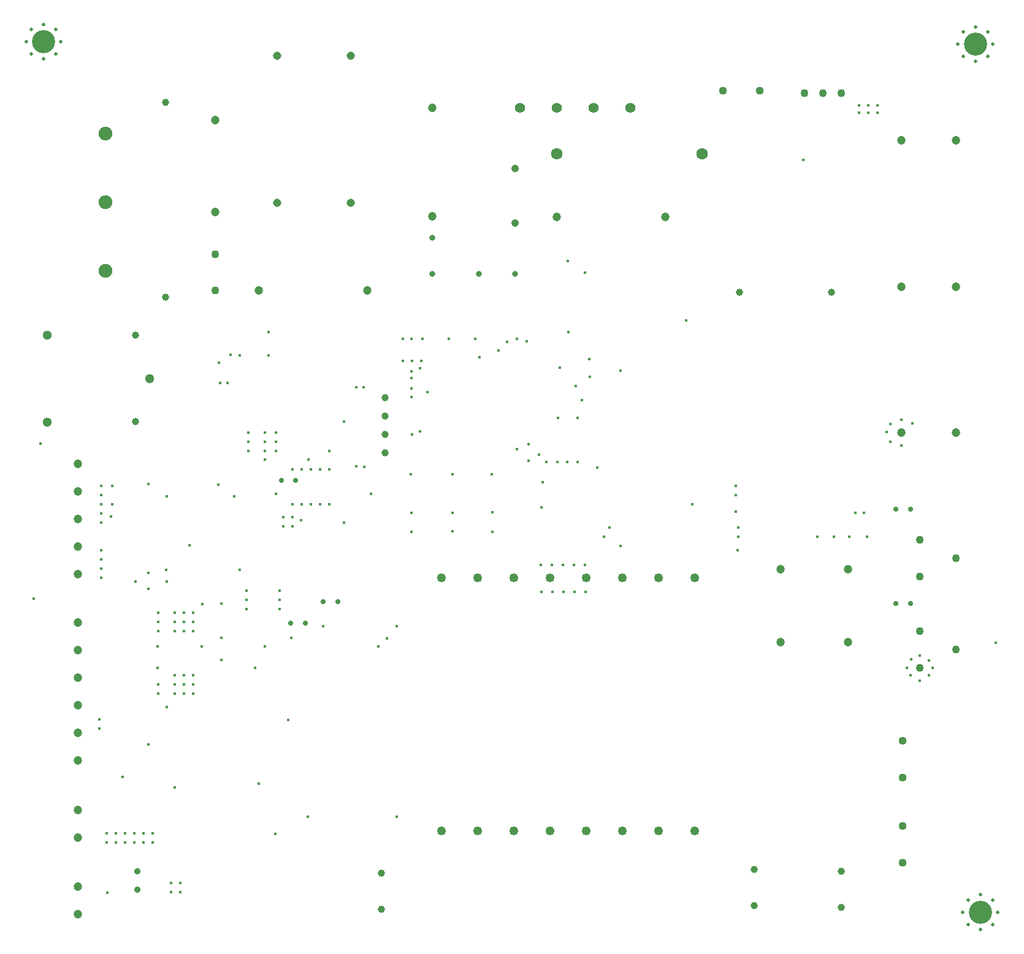
<source format=gbr>
%TF.GenerationSoftware,KiCad,Pcbnew,8.0.4*%
%TF.CreationDate,2024-10-07T12:26:21+07:00*%
%TF.ProjectId,PFC & LLC,50464320-2620-44c4-9c43-2e6b69636164,rev?*%
%TF.SameCoordinates,Original*%
%TF.FileFunction,Plated,1,2,PTH,Drill*%
%TF.FilePolarity,Positive*%
%FSLAX46Y46*%
G04 Gerber Fmt 4.6, Leading zero omitted, Abs format (unit mm)*
G04 Created by KiCad (PCBNEW 8.0.4) date 2024-10-07 12:26:21*
%MOMM*%
%LPD*%
G01*
G04 APERTURE LIST*
%TA.AperFunction,ViaDrill*%
%ADD10C,0.400000*%
%TD*%
%TA.AperFunction,ComponentDrill*%
%ADD11C,0.500000*%
%TD*%
%TA.AperFunction,ComponentDrill*%
%ADD12C,0.700000*%
%TD*%
%TA.AperFunction,ComponentDrill*%
%ADD13C,0.800000*%
%TD*%
%TA.AperFunction,ComponentDrill*%
%ADD14C,0.900000*%
%TD*%
%TA.AperFunction,ComponentDrill*%
%ADD15C,1.000000*%
%TD*%
%TA.AperFunction,ComponentDrill*%
%ADD16C,1.050000*%
%TD*%
%TA.AperFunction,ComponentDrill*%
%ADD17C,1.100000*%
%TD*%
%TA.AperFunction,ComponentDrill*%
%ADD18C,1.117600*%
%TD*%
%TA.AperFunction,ComponentDrill*%
%ADD19C,1.143000*%
%TD*%
%TA.AperFunction,ComponentDrill*%
%ADD20C,1.200000*%
%TD*%
%TA.AperFunction,ComponentDrill*%
%ADD21C,1.250000*%
%TD*%
%TA.AperFunction,ComponentDrill*%
%ADD22C,1.300000*%
%TD*%
%TA.AperFunction,ComponentDrill*%
%ADD23C,1.400000*%
%TD*%
%TA.AperFunction,ComponentDrill*%
%ADD24C,1.600000*%
%TD*%
%TA.AperFunction,ComponentDrill*%
%ADD25C,1.900000*%
%TD*%
%TA.AperFunction,ComponentDrill*%
%ADD26C,3.200000*%
%TD*%
G04 APERTURE END LIST*
D10*
X25704800Y-111778400D03*
X26563400Y-90407800D03*
X34696400Y-128440800D03*
X34696400Y-129710800D03*
X34950400Y-96182800D03*
X34950400Y-97452800D03*
X34950400Y-98722800D03*
X34950400Y-99992800D03*
X34950400Y-101262800D03*
X34950400Y-105072800D03*
X34950400Y-106342800D03*
X34950400Y-107612800D03*
X34950400Y-108882800D03*
X35712400Y-144188800D03*
X35712400Y-145458800D03*
X35788600Y-152418400D03*
X36363400Y-100407800D03*
X36474400Y-96182800D03*
X36474400Y-98722800D03*
X36982400Y-144188800D03*
X36982400Y-145458800D03*
X37973000Y-136416400D03*
X38252400Y-144188800D03*
X38252400Y-145458800D03*
X39522400Y-144188800D03*
X39522400Y-145458800D03*
X39700200Y-109382800D03*
X40792400Y-144188800D03*
X40792400Y-145458800D03*
X41463400Y-131982800D03*
X41513400Y-108232800D03*
X41513400Y-110457800D03*
X41515400Y-95982800D03*
X42062400Y-144188800D03*
X42062400Y-145458800D03*
X42763400Y-118407800D03*
X42788400Y-121357800D03*
X42824400Y-113708800D03*
X42824400Y-114978800D03*
X42824400Y-116248800D03*
X42824400Y-123614800D03*
X42824400Y-124884800D03*
X43992800Y-107816000D03*
X44038400Y-109432800D03*
X44038400Y-126757800D03*
X44043600Y-97630600D03*
X44602400Y-151046800D03*
X44602400Y-152316800D03*
X45110400Y-113708800D03*
X45110400Y-114978800D03*
X45110400Y-116248800D03*
X45110400Y-122344800D03*
X45110400Y-123614800D03*
X45110400Y-124884800D03*
X45161200Y-137871200D03*
X45872400Y-151046800D03*
X45872400Y-152316800D03*
X46380400Y-113708800D03*
X46380400Y-114978800D03*
X46380400Y-116248800D03*
X46380400Y-122344800D03*
X46380400Y-123614800D03*
X46380400Y-124884800D03*
X47142400Y-104387000D03*
X47650400Y-113708800D03*
X47650400Y-114978800D03*
X47650400Y-116248800D03*
X47650400Y-122344800D03*
X47650400Y-123614800D03*
X47650400Y-124884800D03*
X48888400Y-118407800D03*
X48920400Y-112515000D03*
X51188400Y-96007800D03*
X51216601Y-79230799D03*
X51435000Y-81958800D03*
X51612800Y-112489600D03*
X51612800Y-117188600D03*
X51612800Y-120262000D03*
X52437156Y-82004609D03*
X52832000Y-78098000D03*
X53314600Y-97630600D03*
X54076600Y-107816000D03*
X54095600Y-78140400D03*
X55016400Y-110660800D03*
X55016400Y-111930800D03*
X55016400Y-113200800D03*
X55270400Y-88816800D03*
X55270400Y-90086800D03*
X55270400Y-91356800D03*
X56238400Y-121357800D03*
X56763400Y-137332800D03*
X57556400Y-88816800D03*
X57556400Y-90086800D03*
X57556400Y-91356800D03*
X57588400Y-92582800D03*
X57588400Y-118407800D03*
X58089800Y-74948400D03*
X58089800Y-78218600D03*
X59038400Y-144332800D03*
X59080400Y-88816800D03*
X59080400Y-90086800D03*
X59080400Y-91356800D03*
X59105800Y-97319400D03*
X59588400Y-110660800D03*
X59588400Y-111930800D03*
X59588400Y-113200800D03*
X60096400Y-100500800D03*
X60096400Y-101770800D03*
X60838400Y-128582800D03*
X61188600Y-117239400D03*
X61366400Y-93896800D03*
X61366400Y-98722800D03*
X61366400Y-100500800D03*
X61366400Y-101770800D03*
X62563400Y-100932800D03*
X62636400Y-93896800D03*
X62636400Y-98722800D03*
X63525400Y-141953600D03*
X63588400Y-92582800D03*
X63906400Y-93896800D03*
X63906400Y-98722800D03*
X65176400Y-93896800D03*
X65176400Y-98722800D03*
X65633600Y-115563000D03*
X66446400Y-91356800D03*
X66446400Y-93896800D03*
X66446400Y-98722800D03*
X68497000Y-87349200D03*
X68513400Y-101307800D03*
X70188400Y-93507800D03*
X70212246Y-82552927D03*
X71213400Y-82616995D03*
X71263400Y-93557800D03*
X72237600Y-97325800D03*
X73288400Y-118407800D03*
X74422000Y-117315600D03*
X75819000Y-115563000D03*
X75819000Y-141928200D03*
X76606400Y-75862800D03*
X76606400Y-78910800D03*
X77749400Y-94633400D03*
X77790180Y-83940000D03*
X77800200Y-81349200D03*
X77800200Y-99942000D03*
X77813400Y-102532800D03*
X77851000Y-75862800D03*
X77851000Y-82771600D03*
X77852151Y-80342917D03*
X77876400Y-78910800D03*
X77876400Y-89070800D03*
X78988400Y-79982800D03*
X79013400Y-88707800D03*
X79146400Y-78910800D03*
X79342858Y-75862800D03*
X79986700Y-83232800D03*
X82986972Y-75862800D03*
X83489800Y-94608000D03*
X83489800Y-99916600D03*
X83489800Y-102507800D03*
X86588600Y-75862800D03*
X87198200Y-78421800D03*
X88900000Y-94608000D03*
X88976200Y-99891200D03*
X88976200Y-102532800D03*
X89865200Y-77488400D03*
X91008200Y-76345400D03*
X92354400Y-75862800D03*
X92413400Y-91132800D03*
X93726000Y-76243800D03*
X93954600Y-92703000D03*
X93988400Y-90450800D03*
X95402400Y-91864800D03*
X95656400Y-107104800D03*
X95808800Y-99205400D03*
X95808800Y-110864000D03*
X95910400Y-95674800D03*
X96418400Y-92880800D03*
X97180400Y-107104800D03*
X97332800Y-110864000D03*
X97942400Y-92880800D03*
X98015200Y-86784800D03*
X98323400Y-79901400D03*
X98704400Y-107104800D03*
X98856800Y-110864000D03*
X99288600Y-92880800D03*
X99415600Y-65144000D03*
X99525200Y-74948400D03*
X100228400Y-107104800D03*
X100380800Y-110864000D03*
X100514200Y-82383350D03*
X100736400Y-86784800D03*
X100736400Y-92880800D03*
X101371400Y-84346400D03*
X101752400Y-66718800D03*
X101752400Y-107104800D03*
X101904800Y-110864000D03*
X102387400Y-78656800D03*
X102438200Y-81171400D03*
X103505000Y-93642800D03*
X104438400Y-103207800D03*
X105181400Y-101948600D03*
X106713400Y-80307800D03*
X106713400Y-104532800D03*
X115763400Y-73357800D03*
X116566800Y-98761200D03*
X122580400Y-96182800D03*
X122580400Y-97452800D03*
X122580400Y-99738800D03*
X122834400Y-105072800D03*
X122936000Y-101948600D03*
X122936000Y-103218600D03*
X131953000Y-51199400D03*
X133908800Y-103218600D03*
X136169400Y-103218600D03*
X138303000Y-103218600D03*
X139090400Y-99916600D03*
X139598400Y-43604800D03*
X139598400Y-44620800D03*
X140309600Y-99916600D03*
X140741400Y-103218600D03*
X140868400Y-43604800D03*
X140868400Y-44620800D03*
X142138400Y-43604800D03*
X142138400Y-44620800D03*
X143408400Y-88740600D03*
X143916400Y-87623000D03*
X143916400Y-90086800D03*
X145465800Y-87038800D03*
X145507580Y-90594800D03*
X146202400Y-121328800D03*
X146710400Y-122344800D03*
X146786600Y-120211200D03*
X146964400Y-87546800D03*
X147980400Y-123106800D03*
X148031200Y-119703200D03*
X149250400Y-120312800D03*
X149250400Y-122344800D03*
X149758400Y-121328800D03*
X158521400Y-117849000D03*
D11*
%TO.C,H1*%
X24625600Y-34841800D03*
X25328544Y-33144744D03*
X25328544Y-36538856D03*
X27025600Y-32441800D03*
X27025600Y-37241800D03*
X28722656Y-33144744D03*
X28722656Y-36538856D03*
X29425600Y-34841800D03*
%TO.C,H3*%
X153276600Y-35172000D03*
%TO.C,H2*%
X153962400Y-155110800D03*
%TO.C,H3*%
X153979544Y-33474944D03*
X153979544Y-36869056D03*
%TO.C,H2*%
X154665344Y-153413744D03*
X154665344Y-156807856D03*
%TO.C,H3*%
X155676600Y-32772000D03*
X155676600Y-37572000D03*
%TO.C,H2*%
X156362400Y-152710800D03*
X156362400Y-157510800D03*
%TO.C,H3*%
X157373656Y-33474944D03*
X157373656Y-36869056D03*
%TO.C,H2*%
X158059456Y-153413744D03*
X158059456Y-156807856D03*
%TO.C,H3*%
X158076600Y-35172000D03*
%TO.C,H2*%
X158762400Y-155110800D03*
D12*
%TO.C,VACIN*%
X59842400Y-95420800D03*
%TO.C,VoltageLLC*%
X61153800Y-115156600D03*
%TO.C,VACIN*%
X61842400Y-95420800D03*
%TO.C,VoltageLLC*%
X63153800Y-115156600D03*
%TO.C,CurrentACS*%
X65659000Y-112184800D03*
X67659000Y-112184800D03*
%TO.C,PWM1*%
X144705600Y-99459400D03*
%TO.C,PWM2*%
X144705600Y-112489600D03*
%TO.C,PWM1*%
X146705600Y-99459400D03*
%TO.C,PWM2*%
X146705600Y-112489600D03*
D13*
%TO.C,C5*%
X80670400Y-61932800D03*
X80670400Y-66932800D03*
%TO.C,C9*%
X87100400Y-66932800D03*
X92100400Y-66932800D03*
D14*
%TO.C,D9*%
X39981100Y-149493200D03*
X39981100Y-152033200D03*
D15*
%TO.C,K1*%
X39739600Y-75349200D03*
X39739600Y-87349200D03*
%TO.C,F1*%
X43878200Y-43223800D03*
X43903600Y-70122400D03*
%TO.C,C41*%
X73654200Y-149758400D03*
X73654200Y-154758400D03*
%TO.C,J5*%
X74218800Y-83986800D03*
X74218800Y-86526800D03*
X74218800Y-89066800D03*
X74218800Y-91606800D03*
%TO.C,L2*%
X123113800Y-69436600D03*
%TO.C,C36*%
X125165400Y-149250400D03*
X125165400Y-154250400D03*
%TO.C,L2*%
X135813800Y-69436600D03*
%TO.C,C38*%
X137185400Y-149504400D03*
X137185400Y-154504400D03*
D16*
%TO.C,TH1*%
X92100400Y-52393200D03*
X92100400Y-59893200D03*
D17*
%TO.C,RV1*%
X50761600Y-64186100D03*
X50761600Y-69186100D03*
%TO.C,Q2*%
X132105400Y-41903000D03*
X134645400Y-41903000D03*
X137185400Y-41903000D03*
%TO.C,Q4*%
X148007580Y-103625000D03*
X148007580Y-108705000D03*
%TO.C,Q5*%
X148007580Y-116299600D03*
X148007580Y-121379600D03*
%TO.C,Q4*%
X153007580Y-106165000D03*
%TO.C,Q5*%
X153007580Y-118839600D03*
D18*
%TO.C,D5*%
X120853200Y-41627600D03*
X125933200Y-41627600D03*
%TO.C,D8*%
X145656300Y-131412600D03*
X145656300Y-136492600D03*
%TO.C,D7*%
X145656300Y-143223600D03*
X145656300Y-148303600D03*
D19*
%TO.C,L1*%
X59283600Y-36797600D03*
X59283600Y-57117600D03*
X69443600Y-36797600D03*
X69443600Y-57117600D03*
D20*
%TO.C,J3*%
X31723100Y-115131200D03*
X31723100Y-118941200D03*
X31723100Y-122751200D03*
X31723100Y-126561200D03*
X31723100Y-130371200D03*
X31723100Y-134181200D03*
%TO.C,J4*%
X31724600Y-141013800D03*
X31724600Y-144823800D03*
%TO.C,J2*%
X31724600Y-151580200D03*
X31724600Y-155390200D03*
%TO.C,J6*%
X31735800Y-93164400D03*
X31735800Y-96974400D03*
X31735800Y-100784400D03*
X31735800Y-104594400D03*
X31735800Y-108404400D03*
%TO.C,R7*%
X50695700Y-45665100D03*
X50695700Y-58365100D03*
%TO.C,C1*%
X56729800Y-69186100D03*
X71729600Y-69186100D03*
%TO.C,C12*%
X80686300Y-43966800D03*
X80686300Y-58966600D03*
%TO.C,C17*%
X97907600Y-59072800D03*
X112907400Y-59072800D03*
%TO.C,C33*%
X128761600Y-107766700D03*
X128761600Y-117766500D03*
%TO.C,C32*%
X138134200Y-107766700D03*
X138134200Y-117766500D03*
%TO.C,C23*%
X145507580Y-48481600D03*
%TO.C,C24*%
X145507580Y-68661900D03*
%TO.C,C25*%
X145507580Y-88842200D03*
%TO.C,C23*%
X153007580Y-48481600D03*
%TO.C,C24*%
X153007580Y-68661900D03*
%TO.C,C25*%
X153007580Y-88842200D03*
D21*
%TO.C,L3*%
X81943800Y-108912600D03*
X81943800Y-143912600D03*
X86943800Y-108912600D03*
X86943800Y-143912600D03*
X91943800Y-108912600D03*
X91943800Y-143912600D03*
X96943800Y-108912600D03*
X96943800Y-143912600D03*
X101943800Y-108912600D03*
X101943800Y-143912600D03*
X106943800Y-108912600D03*
X106943800Y-143912600D03*
X111943800Y-108912600D03*
X111943800Y-143912600D03*
X116943800Y-108912600D03*
X116943800Y-143912600D03*
D22*
%TO.C,K1*%
X27489600Y-87399200D03*
X27539600Y-75349200D03*
X41689600Y-81399200D03*
D23*
%TO.C,D2*%
X92799900Y-43953000D03*
X97879900Y-43953000D03*
X102959900Y-43953000D03*
X108039900Y-43953000D03*
D24*
%TO.C,D4*%
X97920000Y-50310400D03*
X117980000Y-50310400D03*
D25*
%TO.C,J1*%
X35610200Y-47516002D03*
X35610200Y-57016000D03*
X35610200Y-66515999D03*
D26*
%TO.C,H1*%
X27025600Y-34841800D03*
%TO.C,H3*%
X155676600Y-35172000D03*
%TO.C,H2*%
X156362400Y-155110800D03*
M02*

</source>
